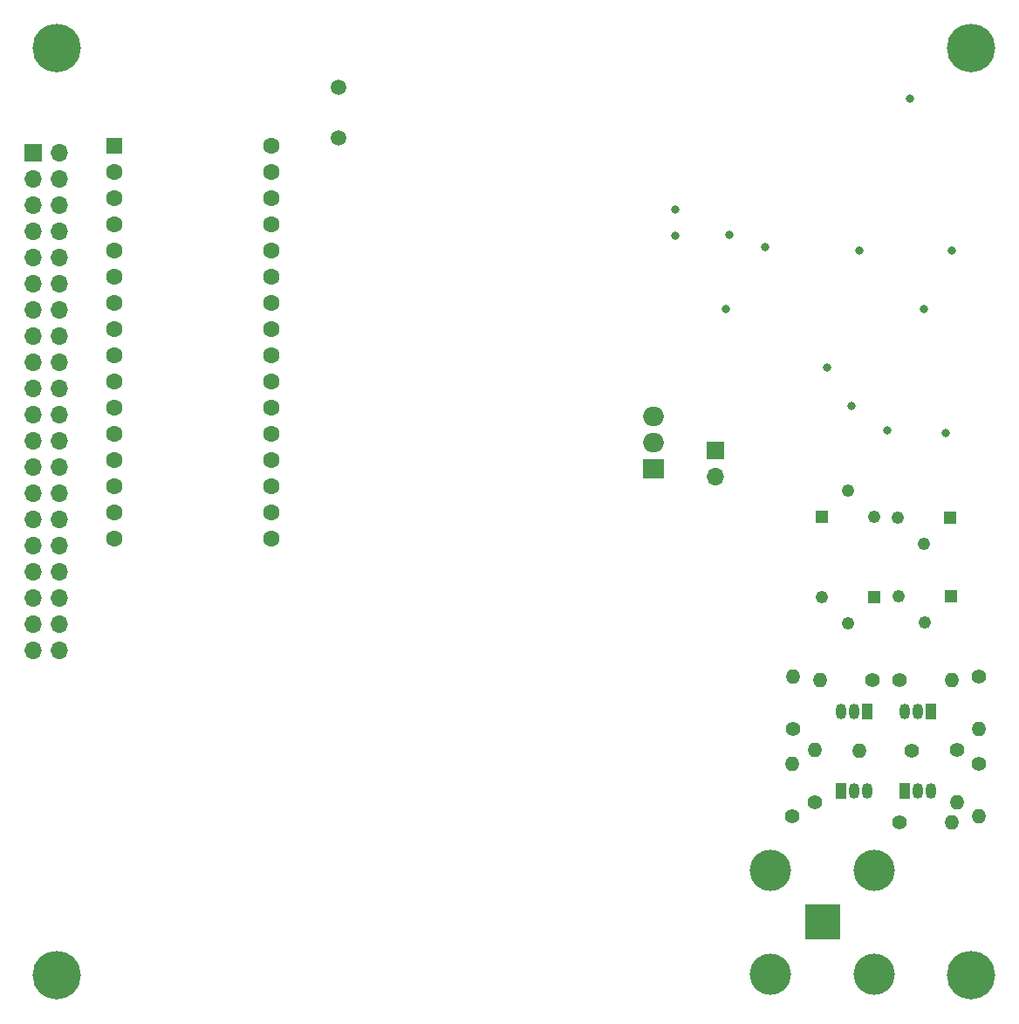
<source format=gbr>
%TF.GenerationSoftware,KiCad,Pcbnew,9.0.0*%
%TF.CreationDate,2025-04-23T17:39:51-07:00*%
%TF.ProjectId,ntscv2,6e747363-7632-42e6-9b69-6361645f7063,rev?*%
%TF.SameCoordinates,Original*%
%TF.FileFunction,Soldermask,Bot*%
%TF.FilePolarity,Negative*%
%FSLAX46Y46*%
G04 Gerber Fmt 4.6, Leading zero omitted, Abs format (unit mm)*
G04 Created by KiCad (PCBNEW 9.0.0) date 2025-04-23 17:39:51*
%MOMM*%
%LPD*%
G01*
G04 APERTURE LIST*
G04 Aperture macros list*
%AMRoundRect*
0 Rectangle with rounded corners*
0 $1 Rounding radius*
0 $2 $3 $4 $5 $6 $7 $8 $9 X,Y pos of 4 corners*
0 Add a 4 corners polygon primitive as box body*
4,1,4,$2,$3,$4,$5,$6,$7,$8,$9,$2,$3,0*
0 Add four circle primitives for the rounded corners*
1,1,$1+$1,$2,$3*
1,1,$1+$1,$4,$5*
1,1,$1+$1,$6,$7*
1,1,$1+$1,$8,$9*
0 Add four rect primitives between the rounded corners*
20,1,$1+$1,$2,$3,$4,$5,0*
20,1,$1+$1,$4,$5,$6,$7,0*
20,1,$1+$1,$6,$7,$8,$9,0*
20,1,$1+$1,$8,$9,$2,$3,0*%
G04 Aperture macros list end*
%ADD10RoundRect,0.250000X-0.550000X-0.550000X0.550000X-0.550000X0.550000X0.550000X-0.550000X0.550000X0*%
%ADD11C,1.600000*%
%ADD12C,1.400000*%
%ADD13O,1.400000X1.400000*%
%ADD14R,1.050000X1.500000*%
%ADD15O,1.050000X1.500000*%
%ADD16R,3.500000X3.500000*%
%ADD17C,4.000000*%
%ADD18C,4.700000*%
%ADD19R,1.222000X1.222000*%
%ADD20C,1.222000*%
%ADD21R,1.700000X1.700000*%
%ADD22O,1.700000X1.700000*%
%ADD23C,1.500000*%
%ADD24R,2.000000X1.905000*%
%ADD25O,2.000000X1.905000*%
%ADD26C,0.800000*%
G04 APERTURE END LIST*
D10*
%TO.C,U17*%
X117785001Y-38212498D03*
D11*
X117785001Y-40752498D03*
X117785001Y-43292498D03*
X117785001Y-45832498D03*
X117785001Y-48372498D03*
X117785001Y-50912498D03*
X117785001Y-53452498D03*
X117785001Y-55992498D03*
X117785001Y-58532498D03*
X117785001Y-61072498D03*
X117785001Y-63612498D03*
X117785001Y-66152498D03*
X117785001Y-68692498D03*
X117785001Y-71232498D03*
X117785001Y-73772498D03*
X117785001Y-76312498D03*
X133025001Y-76312498D03*
X133025001Y-73772498D03*
X133025001Y-71232498D03*
X133025001Y-68692498D03*
X133025001Y-66152498D03*
X133025001Y-63612498D03*
X133025001Y-61072498D03*
X133025001Y-58532498D03*
X133025001Y-55992498D03*
X133025001Y-53452498D03*
X133025001Y-50912498D03*
X133025001Y-48372498D03*
X133025001Y-45832498D03*
X133025001Y-43292498D03*
X133025001Y-40752498D03*
X133025001Y-38212498D03*
%TD*%
D12*
%TO.C,R7*%
X193994500Y-90069999D03*
D13*
X199074502Y-90069997D03*
%TD*%
D14*
%TO.C,Q1*%
X190794499Y-93140000D03*
D15*
X189524499Y-93139999D03*
X188254499Y-93140000D03*
%TD*%
D12*
%TO.C,R2*%
X191324499Y-90069999D03*
D13*
X186244500Y-90069999D03*
%TD*%
D16*
%TO.C,J2*%
X186475000Y-113525000D03*
D17*
X191500000Y-118550000D03*
X191500000Y-108500000D03*
X181450000Y-118550000D03*
X181450000Y-108500000D03*
%TD*%
D12*
%TO.C,R6*%
X183594500Y-94779999D03*
D13*
X183594498Y-89699998D03*
%TD*%
D14*
%TO.C,Q3*%
X188304500Y-100769999D03*
D15*
X189574500Y-100770000D03*
X190844500Y-100769999D03*
%TD*%
D12*
%TO.C,R11*%
X201644500Y-89729999D03*
D13*
X201644502Y-94810000D03*
%TD*%
D18*
%TO.C,H3*%
X200900000Y-28800000D03*
%TD*%
D12*
%TO.C,R13*%
X193954500Y-103870000D03*
D13*
X199034501Y-103869998D03*
%TD*%
D19*
%TO.C,RV2*%
X198884500Y-74299999D03*
D20*
X196344500Y-76839999D03*
X193804500Y-74299999D03*
%TD*%
D21*
%TO.C,J3*%
X176100000Y-67825000D03*
D22*
X176100000Y-70365000D03*
%TD*%
D12*
%TO.C,R5*%
X183544502Y-103230000D03*
D13*
X183544500Y-98149999D03*
%TD*%
D19*
%TO.C,RV4*%
X198944500Y-81954999D03*
D20*
X196404500Y-84494999D03*
X193864500Y-81954999D03*
%TD*%
D14*
%TO.C,Q2*%
X197024499Y-93140001D03*
D15*
X195754499Y-93140000D03*
X194484499Y-93140001D03*
%TD*%
D12*
%TO.C,R3*%
X195174501Y-96919997D03*
D13*
X190094500Y-96919999D03*
%TD*%
D18*
%TO.C,H4*%
X200900000Y-118700000D03*
%TD*%
%TO.C,H2*%
X112200000Y-118700000D03*
%TD*%
D12*
%TO.C,R14*%
X199544500Y-96789997D03*
D13*
X199544501Y-101869999D03*
%TD*%
D19*
%TO.C,RV1*%
X191475000Y-82000000D03*
D20*
X188935000Y-84540000D03*
X186395000Y-82000000D03*
%TD*%
D18*
%TO.C,H1*%
X112200000Y-28800000D03*
%TD*%
D12*
%TO.C,R4*%
X185744500Y-101899998D03*
D13*
X185744500Y-96819999D03*
%TD*%
D14*
%TO.C,Q4*%
X194434500Y-100779999D03*
D15*
X195704500Y-100780000D03*
X196974500Y-100779999D03*
%TD*%
D19*
%TO.C,RV3*%
X186434500Y-74189999D03*
D20*
X188974500Y-71649999D03*
X191514500Y-74189999D03*
%TD*%
D23*
%TO.C,Y1*%
X139557502Y-32564996D03*
X139557502Y-37444996D03*
%TD*%
D12*
%TO.C,R12*%
X201654499Y-98169998D03*
D13*
X201654500Y-103250000D03*
%TD*%
D21*
%TO.C,J1*%
X109880000Y-38910000D03*
D22*
X112420000Y-38910000D03*
X109880000Y-41450000D03*
X112420000Y-41450000D03*
X109880000Y-43989999D03*
X112420000Y-43990000D03*
X109880000Y-46530000D03*
X112420000Y-46530000D03*
X109880000Y-49070000D03*
X112420000Y-49070000D03*
X109880000Y-51610000D03*
X112420000Y-51610000D03*
X109880000Y-54150000D03*
X112420000Y-54150000D03*
X109880000Y-56690001D03*
X112420000Y-56690000D03*
X109880000Y-59230000D03*
X112420000Y-59230000D03*
X109880000Y-61770000D03*
X112420000Y-61770000D03*
X109880000Y-64310000D03*
X112420000Y-64310000D03*
X109880000Y-66849999D03*
X112420000Y-66850000D03*
X109880000Y-69390000D03*
X112420000Y-69390000D03*
X109880000Y-71930000D03*
X112420000Y-71930000D03*
X109880000Y-74470000D03*
X112420000Y-74470000D03*
X109880000Y-77009999D03*
X112420000Y-77010000D03*
X109880000Y-79550001D03*
X112420000Y-79550000D03*
X109880000Y-82090000D03*
X112420000Y-82090000D03*
X109880000Y-84630000D03*
X112420000Y-84630000D03*
X109880000Y-87170000D03*
X112420000Y-87170000D03*
%TD*%
D24*
%TO.C,U28*%
X170059999Y-69529999D03*
D25*
X170059999Y-66989999D03*
X170060000Y-64450000D03*
%TD*%
D26*
%TO.C,TP81*%
X177100000Y-54060000D03*
%TD*%
%TO.C,TP79*%
X189290000Y-63470000D03*
%TD*%
%TO.C,TP86*%
X199040000Y-48360000D03*
%TD*%
%TO.C,TP5*%
X192760000Y-65850000D03*
%TD*%
%TO.C,TP83*%
X180890000Y-48030000D03*
%TD*%
%TO.C,TP7*%
X196314999Y-54089999D03*
%TD*%
%TO.C,TP80*%
X186960000Y-59760000D03*
%TD*%
%TO.C,TP85*%
X190110000Y-48360000D03*
%TD*%
%TO.C,TP87*%
X172210000Y-46970000D03*
%TD*%
%TO.C,TP6*%
X198437501Y-66130000D03*
%TD*%
%TO.C,TP82*%
X177420000Y-46850000D03*
%TD*%
%TO.C,TP88*%
X172180000Y-44440000D03*
%TD*%
%TO.C,TP84*%
X195020000Y-33630000D03*
%TD*%
M02*

</source>
